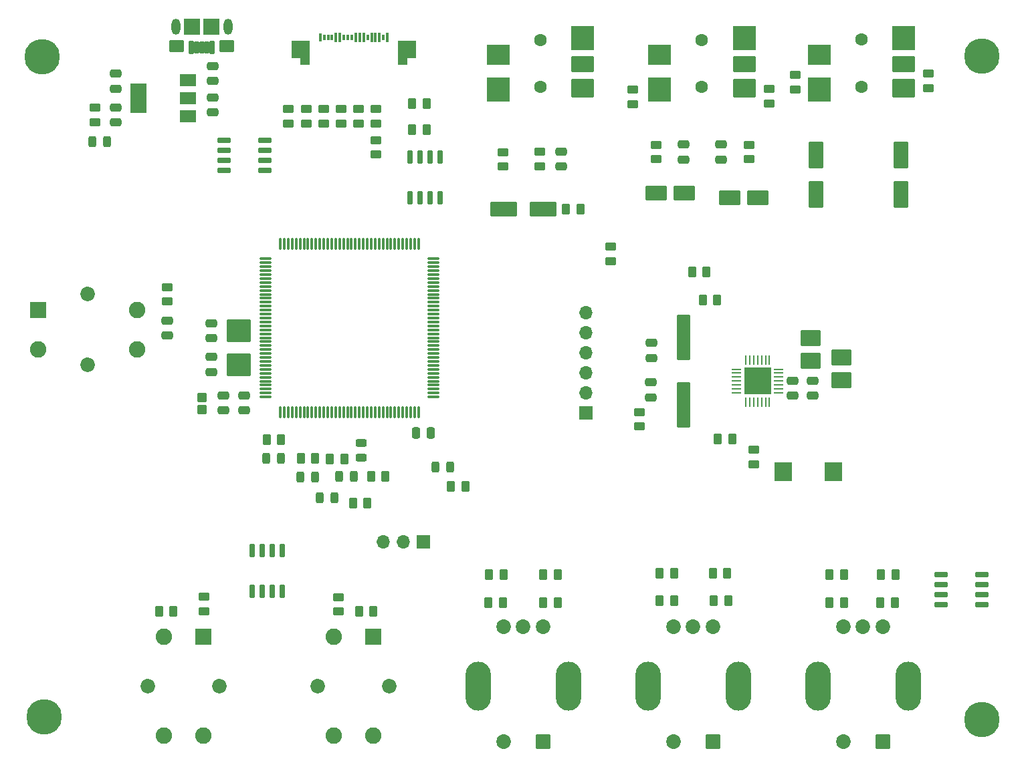
<source format=gbr>
%TF.GenerationSoftware,KiCad,Pcbnew,7.0.10*%
%TF.CreationDate,2024-03-07T22:41:58-05:00*%
%TF.ProjectId,Current,43757272-656e-4742-9e6b-696361645f70,rev?*%
%TF.SameCoordinates,Original*%
%TF.FileFunction,Soldermask,Top*%
%TF.FilePolarity,Negative*%
%FSLAX46Y46*%
G04 Gerber Fmt 4.6, Leading zero omitted, Abs format (unit mm)*
G04 Created by KiCad (PCBNEW 7.0.10) date 2024-03-07 22:41:58*
%MOMM*%
%LPD*%
G01*
G04 APERTURE LIST*
G04 Aperture macros list*
%AMRoundRect*
0 Rectangle with rounded corners*
0 $1 Rounding radius*
0 $2 $3 $4 $5 $6 $7 $8 $9 X,Y pos of 4 corners*
0 Add a 4 corners polygon primitive as box body*
4,1,4,$2,$3,$4,$5,$6,$7,$8,$9,$2,$3,0*
0 Add four circle primitives for the rounded corners*
1,1,$1+$1,$2,$3*
1,1,$1+$1,$4,$5*
1,1,$1+$1,$6,$7*
1,1,$1+$1,$8,$9*
0 Add four rect primitives between the rounded corners*
20,1,$1+$1,$2,$3,$4,$5,0*
20,1,$1+$1,$4,$5,$6,$7,0*
20,1,$1+$1,$6,$7,$8,$9,0*
20,1,$1+$1,$8,$9,$2,$3,0*%
G04 Aperture macros list end*
%ADD10RoundRect,0.150000X0.150000X-0.725000X0.150000X0.725000X-0.150000X0.725000X-0.150000X-0.725000X0*%
%ADD11RoundRect,0.250000X-0.450000X0.262500X-0.450000X-0.262500X0.450000X-0.262500X0.450000X0.262500X0*%
%ADD12RoundRect,0.250000X0.262500X0.450000X-0.262500X0.450000X-0.262500X-0.450000X0.262500X-0.450000X0*%
%ADD13RoundRect,0.250000X0.450000X-0.262500X0.450000X0.262500X-0.450000X0.262500X-0.450000X-0.262500X0*%
%ADD14C,1.850000*%
%ADD15RoundRect,0.102000X-0.937500X0.937500X-0.937500X-0.937500X0.937500X-0.937500X0.937500X0.937500X0*%
%ADD16C,2.079000*%
%ADD17RoundRect,0.102000X0.800000X-1.600000X0.800000X1.600000X-0.800000X1.600000X-0.800000X-1.600000X0*%
%ADD18RoundRect,0.243750X0.243750X0.456250X-0.243750X0.456250X-0.243750X-0.456250X0.243750X-0.456250X0*%
%ADD19RoundRect,0.250000X0.475000X-0.250000X0.475000X0.250000X-0.475000X0.250000X-0.475000X-0.250000X0*%
%ADD20RoundRect,0.250000X-0.475000X0.250000X-0.475000X-0.250000X0.475000X-0.250000X0.475000X0.250000X0*%
%ADD21RoundRect,0.243750X-0.243750X-0.456250X0.243750X-0.456250X0.243750X0.456250X-0.243750X0.456250X0*%
%ADD22C,1.600000*%
%ADD23RoundRect,0.102000X-1.350000X1.450000X-1.350000X-1.450000X1.350000X-1.450000X1.350000X1.450000X0*%
%ADD24RoundRect,0.102000X-1.350000X1.050000X-1.350000X-1.050000X1.350000X-1.050000X1.350000X1.050000X0*%
%ADD25RoundRect,0.102000X-1.350000X1.200000X-1.350000X-1.200000X1.350000X-1.200000X1.350000X1.200000X0*%
%ADD26RoundRect,0.102000X-1.350000X0.900000X-1.350000X-0.900000X1.350000X-0.900000X1.350000X0.900000X0*%
%ADD27RoundRect,0.102000X1.250000X0.800000X-1.250000X0.800000X-1.250000X-0.800000X1.250000X-0.800000X0*%
%ADD28RoundRect,0.102000X-1.000000X-1.100000X1.000000X-1.100000X1.000000X1.100000X-1.000000X1.100000X0*%
%ADD29RoundRect,0.250000X-0.262500X-0.450000X0.262500X-0.450000X0.262500X0.450000X-0.262500X0.450000X0*%
%ADD30RoundRect,0.102000X0.825000X0.825000X-0.825000X0.825000X-0.825000X-0.825000X0.825000X-0.825000X0*%
%ADD31C,1.854000*%
%ADD32O,3.204000X6.204000*%
%ADD33RoundRect,0.250000X0.250000X0.475000X-0.250000X0.475000X-0.250000X-0.475000X0.250000X-0.475000X0*%
%ADD34RoundRect,0.150000X-0.150000X0.725000X-0.150000X-0.725000X0.150000X-0.725000X0.150000X0.725000X0*%
%ADD35RoundRect,0.150000X0.725000X0.150000X-0.725000X0.150000X-0.725000X-0.150000X0.725000X-0.150000X0*%
%ADD36RoundRect,0.102000X1.600000X0.800000X-1.600000X0.800000X-1.600000X-0.800000X1.600000X-0.800000X0*%
%ADD37R,2.000000X1.500000*%
%ADD38R,2.000000X3.800000*%
%ADD39RoundRect,0.243750X-0.456250X0.243750X-0.456250X-0.243750X0.456250X-0.243750X0.456250X0.243750X0*%
%ADD40C,4.500000*%
%ADD41RoundRect,0.062500X-0.537500X-0.062500X0.537500X-0.062500X0.537500X0.062500X-0.537500X0.062500X0*%
%ADD42RoundRect,0.062500X-0.062500X-0.537500X0.062500X-0.537500X0.062500X0.537500X-0.062500X0.537500X0*%
%ADD43R,3.350000X3.350000*%
%ADD44RoundRect,0.102000X-0.485000X0.500000X-0.485000X-0.500000X0.485000X-0.500000X0.485000X0.500000X0*%
%ADD45RoundRect,0.102000X0.200000X0.725000X-0.200000X0.725000X-0.200000X-0.725000X0.200000X-0.725000X0*%
%ADD46RoundRect,0.102000X0.200000X0.675000X-0.200000X0.675000X-0.200000X-0.675000X0.200000X-0.675000X0*%
%ADD47RoundRect,0.102000X0.200000X0.750000X-0.200000X0.750000X-0.200000X-0.750000X0.200000X-0.750000X0*%
%ADD48RoundRect,0.102000X0.800000X0.700000X-0.800000X0.700000X-0.800000X-0.700000X0.800000X-0.700000X0*%
%ADD49RoundRect,0.102000X0.950000X0.950000X-0.950000X0.950000X-0.950000X-0.950000X0.950000X-0.950000X0*%
%ADD50O,1.104000X2.004000*%
%ADD51RoundRect,0.102000X1.400000X-1.300000X1.400000X1.300000X-1.400000X1.300000X-1.400000X-1.300000X0*%
%ADD52RoundRect,0.102000X0.750000X-2.750000X0.750000X2.750000X-0.750000X2.750000X-0.750000X-2.750000X0*%
%ADD53R,0.300000X1.000000*%
%ADD54R,0.300000X0.800000*%
%ADD55R,0.300000X1.200000*%
%ADD56R,1.300000X3.049999*%
%ADD57RoundRect,0.075000X-0.662500X-0.075000X0.662500X-0.075000X0.662500X0.075000X-0.662500X0.075000X0*%
%ADD58RoundRect,0.075000X-0.075000X-0.662500X0.075000X-0.662500X0.075000X0.662500X-0.075000X0.662500X0*%
%ADD59RoundRect,0.102000X1.160000X-0.905000X1.160000X0.905000X-1.160000X0.905000X-1.160000X-0.905000X0*%
%ADD60RoundRect,0.102000X-0.937500X-0.937500X0.937500X-0.937500X0.937500X0.937500X-0.937500X0.937500X0*%
%ADD61R,1.700000X1.700000*%
%ADD62O,1.700000X1.700000*%
G04 APERTURE END LIST*
%TO.C,J5*%
G36*
X133449992Y-54710000D02*
G01*
X132349992Y-54710000D01*
X132349992Y-52510000D01*
X133449992Y-52510000D01*
X133449992Y-54710000D01*
G37*
G36*
X148149992Y-54710000D02*
G01*
X147049992Y-54710000D01*
X147049992Y-52510000D01*
X148149992Y-52510000D01*
X148149992Y-54710000D01*
G37*
%TD*%
D10*
%TO.C,U5*%
X127395000Y-122275000D03*
X128665000Y-122275000D03*
X129935000Y-122275000D03*
X131205000Y-122275000D03*
X131205000Y-117125000D03*
X129935000Y-117125000D03*
X128665000Y-117125000D03*
X127395000Y-117125000D03*
%TD*%
D11*
%TO.C,R33*%
X178520000Y-65707500D03*
X178520000Y-67532500D03*
%TD*%
D12*
%TO.C,R13*%
X180787500Y-119980000D03*
X178962500Y-119980000D03*
%TD*%
%TO.C,R15*%
X202305000Y-120180000D03*
X200480000Y-120180000D03*
%TD*%
D13*
%TO.C,R22*%
X143040000Y-66912500D03*
X143040000Y-65087500D03*
%TD*%
D14*
%TO.C,SW3*%
X144700000Y-134300000D03*
X135700000Y-134300000D03*
D15*
X142700000Y-128050000D03*
D16*
X142700000Y-140550000D03*
X137700000Y-128050000D03*
X137700000Y-140550000D03*
%TD*%
D17*
%TO.C,E6*%
X198770000Y-72020000D03*
X198770000Y-67020000D03*
%TD*%
D18*
%TO.C,D2*%
X135327500Y-107770000D03*
X133452500Y-107770000D03*
%TD*%
D11*
%TO.C,R36*%
X175590000Y-58732500D03*
X175590000Y-60557500D03*
%TD*%
D13*
%TO.C,R37*%
X192840000Y-60470000D03*
X192840000Y-58645000D03*
%TD*%
D12*
%TO.C,R5*%
X208717500Y-123680000D03*
X206892500Y-123680000D03*
%TD*%
D19*
%TO.C,C24*%
X122200000Y-94500000D03*
X122200000Y-92600000D03*
%TD*%
D13*
%TO.C,R40*%
X131930000Y-63012500D03*
X131930000Y-61187500D03*
%TD*%
D12*
%TO.C,R28*%
X141962500Y-111100000D03*
X140137500Y-111100000D03*
%TD*%
D20*
%TO.C,C32*%
X166520000Y-66570000D03*
X166520000Y-68470000D03*
%TD*%
D21*
%TO.C,D7*%
X150552500Y-106560000D03*
X152427500Y-106560000D03*
%TD*%
D22*
%TO.C,J2*%
X204520000Y-52360000D03*
X204520000Y-58360000D03*
D23*
X209870000Y-52160000D03*
X199170000Y-58660000D03*
D24*
X209870000Y-58510000D03*
D25*
X199170000Y-54260000D03*
D26*
X209870000Y-55460000D03*
%TD*%
D27*
%TO.C,E2*%
X182060000Y-71850000D03*
X178560000Y-71850000D03*
%TD*%
D28*
%TO.C,L1*%
X194630000Y-107130000D03*
X200930000Y-107130000D03*
%TD*%
D12*
%TO.C,R38*%
X149450000Y-60490000D03*
X147625000Y-60490000D03*
%TD*%
D29*
%TO.C,R9*%
X184430000Y-85380000D03*
X186255000Y-85380000D03*
%TD*%
D20*
%TO.C,C42*%
X126400000Y-97450000D03*
X126400000Y-99350000D03*
%TD*%
D12*
%TO.C,R18*%
X188140000Y-103000000D03*
X186315000Y-103000000D03*
%TD*%
D30*
%TO.C,SW5*%
X185700000Y-141300000D03*
D31*
X180700000Y-141300000D03*
X185700000Y-126800000D03*
X180700000Y-126800000D03*
X183200000Y-126800000D03*
D32*
X188900000Y-134300000D03*
X177500000Y-134300000D03*
%TD*%
D20*
%TO.C,C9*%
X122400000Y-55720500D03*
X122400000Y-57620500D03*
%TD*%
D13*
%TO.C,R7*%
X121300000Y-124812500D03*
X121300000Y-122987500D03*
%TD*%
D33*
%TO.C,C35*%
X150000000Y-102200000D03*
X148100000Y-102200000D03*
%TD*%
D34*
%TO.C,U7*%
X151165000Y-67265000D03*
X149895000Y-67265000D03*
X148625000Y-67265000D03*
X147355000Y-67265000D03*
X147355000Y-72415000D03*
X148625000Y-72415000D03*
X149895000Y-72415000D03*
X151165000Y-72415000D03*
%TD*%
D13*
%TO.C,R32*%
X196150000Y-58682500D03*
X196150000Y-56857500D03*
%TD*%
D35*
%TO.C,U6*%
X128960000Y-68920000D03*
X128960000Y-67650000D03*
X128960000Y-66380000D03*
X128960000Y-65110000D03*
X123810000Y-65110000D03*
X123810000Y-66380000D03*
X123810000Y-67650000D03*
X123810000Y-68920000D03*
%TD*%
D29*
%TO.C,R6*%
X200480000Y-123680000D03*
X202305000Y-123680000D03*
%TD*%
%TO.C,R27*%
X137207500Y-105530000D03*
X139032500Y-105530000D03*
%TD*%
D12*
%TO.C,R11*%
X159205000Y-120182500D03*
X157380000Y-120182500D03*
%TD*%
D36*
%TO.C,E8*%
X164207500Y-73820000D03*
X159207500Y-73820000D03*
%TD*%
D29*
%TO.C,R10*%
X164217500Y-120182500D03*
X166042500Y-120182500D03*
%TD*%
%TO.C,R26*%
X133547500Y-105470000D03*
X135372500Y-105470000D03*
%TD*%
D19*
%TO.C,C25*%
X122200000Y-90200000D03*
X122200000Y-88300000D03*
%TD*%
D20*
%TO.C,C26*%
X177890000Y-90800000D03*
X177890000Y-92700000D03*
%TD*%
D37*
%TO.C,U1*%
X119250000Y-62120500D03*
X119250000Y-59820500D03*
D38*
X112950000Y-59820500D03*
D37*
X119250000Y-57520500D03*
%TD*%
D12*
%TO.C,R8*%
X184912500Y-81830000D03*
X183087500Y-81830000D03*
%TD*%
D29*
%TO.C,R14*%
X206980000Y-120180000D03*
X208805000Y-120180000D03*
%TD*%
D27*
%TO.C,E3*%
X191350000Y-72370000D03*
X187850000Y-72370000D03*
%TD*%
D29*
%TO.C,R12*%
X185712500Y-119980000D03*
X187537500Y-119980000D03*
%TD*%
D20*
%TO.C,C21*%
X110100000Y-60970500D03*
X110100000Y-62870500D03*
%TD*%
D39*
%TO.C,D6*%
X141180000Y-103442500D03*
X141180000Y-105317500D03*
%TD*%
D19*
%TO.C,C30*%
X195830000Y-97480000D03*
X195830000Y-95580000D03*
%TD*%
D13*
%TO.C,R30*%
X163770000Y-68432500D03*
X163770000Y-66607500D03*
%TD*%
D11*
%TO.C,R2*%
X116622500Y-83737500D03*
X116622500Y-85562500D03*
%TD*%
D13*
%TO.C,R39*%
X140880000Y-63012500D03*
X140880000Y-61187500D03*
%TD*%
D40*
%TO.C,H4*%
X100800000Y-54525000D03*
%TD*%
D18*
%TO.C,D3*%
X137787500Y-110430000D03*
X135912500Y-110430000D03*
%TD*%
D13*
%TO.C,R24*%
X107500000Y-62833000D03*
X107500000Y-61008000D03*
%TD*%
D41*
%TO.C,U3*%
X188720000Y-94130000D03*
X188720000Y-94630000D03*
X188720000Y-95130000D03*
X188720000Y-95630000D03*
X188720000Y-96130000D03*
X188720000Y-96630000D03*
X188720000Y-97130000D03*
D42*
X189870000Y-98280000D03*
X190370000Y-98280000D03*
X190870000Y-98280000D03*
X191370000Y-98280000D03*
X191870000Y-98280000D03*
X192370000Y-98280000D03*
X192870000Y-98280000D03*
D41*
X194020000Y-97130000D03*
X194020000Y-96630000D03*
X194020000Y-96130000D03*
X194020000Y-95630000D03*
X194020000Y-95130000D03*
X194020000Y-94630000D03*
X194020000Y-94130000D03*
D42*
X192870000Y-92980000D03*
X192370000Y-92980000D03*
X191870000Y-92980000D03*
X191370000Y-92980000D03*
X190870000Y-92980000D03*
X190370000Y-92980000D03*
X189870000Y-92980000D03*
D43*
X191370000Y-95630000D03*
%TD*%
D12*
%TO.C,R3*%
X187625000Y-123480000D03*
X185800000Y-123480000D03*
%TD*%
%TO.C,R19*%
X117412500Y-124800000D03*
X115587500Y-124800000D03*
%TD*%
D18*
%TO.C,D5*%
X109037500Y-65320500D03*
X107162500Y-65320500D03*
%TD*%
D20*
%TO.C,C41*%
X123700000Y-97450000D03*
X123700000Y-99350000D03*
%TD*%
D13*
%TO.C,R42*%
X138680000Y-63012500D03*
X138680000Y-61187500D03*
%TD*%
D44*
%TO.C,FB1*%
X121000000Y-97765000D03*
X121000000Y-99235000D03*
%TD*%
D30*
%TO.C,SW4*%
X164200000Y-141302500D03*
D31*
X159200000Y-141302500D03*
X164200000Y-126802500D03*
X159200000Y-126802500D03*
X161700000Y-126802500D03*
D32*
X167400000Y-134302500D03*
X156000000Y-134302500D03*
%TD*%
D45*
%TO.C,J1*%
X122300000Y-53395500D03*
D46*
X121650000Y-53395500D03*
X121000000Y-53395500D03*
X120350000Y-53395500D03*
D47*
X119700000Y-53395500D03*
D48*
X124200000Y-53170500D03*
X117800000Y-53170500D03*
D49*
X119800000Y-50720500D03*
X122200000Y-50720500D03*
D50*
X124300000Y-50720500D03*
X117700000Y-50720500D03*
%TD*%
D13*
%TO.C,R31*%
X212990000Y-58510000D03*
X212990000Y-56685000D03*
%TD*%
D51*
%TO.C,X1*%
X125700000Y-93550000D03*
X125700000Y-89250000D03*
%TD*%
D18*
%TO.C,D4*%
X140247500Y-107690000D03*
X138372500Y-107690000D03*
%TD*%
D22*
%TO.C,J3*%
X184320000Y-52387500D03*
X184320000Y-58387500D03*
D23*
X189670000Y-52187500D03*
X178970000Y-58687500D03*
D24*
X189670000Y-58537500D03*
D25*
X178970000Y-54287500D03*
D26*
X189670000Y-55487500D03*
%TD*%
D29*
%TO.C,R53*%
X157305000Y-123682500D03*
X159130000Y-123682500D03*
%TD*%
%TO.C,R23*%
X129207500Y-103050000D03*
X131032500Y-103050000D03*
%TD*%
D40*
%TO.C,H2*%
X219750000Y-54475000D03*
%TD*%
D11*
%TO.C,R34*%
X190270000Y-65707500D03*
X190270000Y-67532500D03*
%TD*%
D12*
%TO.C,R44*%
X149450000Y-63760000D03*
X147625000Y-63760000D03*
%TD*%
D52*
%TO.C,X2*%
X182000000Y-98620000D03*
X182000000Y-90120000D03*
%TD*%
D29*
%TO.C,R46*%
X152537500Y-109020000D03*
X154362500Y-109020000D03*
%TD*%
D13*
%TO.C,R41*%
X136470000Y-63012500D03*
X136470000Y-61187500D03*
%TD*%
D35*
%TO.C,U2*%
X219780000Y-123940000D03*
X219780000Y-122670000D03*
X219780000Y-121400000D03*
X219780000Y-120130000D03*
X214630000Y-120130000D03*
X214630000Y-121400000D03*
X214630000Y-122670000D03*
X214630000Y-123940000D03*
%TD*%
D19*
%TO.C,C31*%
X198330000Y-97480000D03*
X198330000Y-95580000D03*
%TD*%
D40*
%TO.C,H1*%
X219750000Y-138500000D03*
%TD*%
D53*
%TO.C,J5*%
X136000001Y-52110000D03*
D54*
X136500000Y-52110000D03*
X137000001Y-52110000D03*
X137500000Y-52110000D03*
D55*
X138000002Y-52110000D03*
X138500001Y-52110000D03*
D54*
X139000000Y-52110000D03*
X139500001Y-52110000D03*
X140000000Y-52110000D03*
D55*
X140500002Y-52110000D03*
X141000001Y-52110000D03*
X141500000Y-52110000D03*
D54*
X142000001Y-52110000D03*
D55*
X142500000Y-52110000D03*
X143000002Y-52110000D03*
X143500001Y-52110000D03*
D54*
X144000000Y-52110000D03*
D55*
X144500001Y-52110000D03*
D56*
X134100000Y-54035000D03*
X146399984Y-54035000D03*
%TD*%
D12*
%TO.C,R29*%
X168920000Y-73820000D03*
X167095000Y-73820000D03*
%TD*%
D14*
%TO.C,SW2*%
X123200000Y-134300000D03*
X114200000Y-134300000D03*
D15*
X121200000Y-128050000D03*
D16*
X121200000Y-140550000D03*
X116200000Y-128050000D03*
X116200000Y-140550000D03*
%TD*%
D22*
%TO.C,J4*%
X163890000Y-52387500D03*
X163890000Y-58387500D03*
D23*
X169240000Y-52187500D03*
X158540000Y-58687500D03*
D24*
X169240000Y-58537500D03*
D25*
X158540000Y-54287500D03*
D26*
X169240000Y-55487500D03*
%TD*%
D19*
%TO.C,C34*%
X186770000Y-67570000D03*
X186770000Y-65670000D03*
%TD*%
D11*
%TO.C,R35*%
X159107500Y-66620000D03*
X159107500Y-68445000D03*
%TD*%
D57*
%TO.C,U4*%
X129037500Y-80150000D03*
X129037500Y-80650000D03*
X129037500Y-81150000D03*
X129037500Y-81650000D03*
X129037500Y-82150000D03*
X129037500Y-82650000D03*
X129037500Y-83150000D03*
X129037500Y-83650000D03*
X129037500Y-84150000D03*
X129037500Y-84650000D03*
X129037500Y-85150000D03*
X129037500Y-85650000D03*
X129037500Y-86150000D03*
X129037500Y-86650000D03*
X129037500Y-87150000D03*
X129037500Y-87650000D03*
X129037500Y-88150000D03*
X129037500Y-88650000D03*
X129037500Y-89150000D03*
X129037500Y-89650000D03*
X129037500Y-90150000D03*
X129037500Y-90650000D03*
X129037500Y-91150000D03*
X129037500Y-91650000D03*
X129037500Y-92150000D03*
X129037500Y-92650000D03*
X129037500Y-93150000D03*
X129037500Y-93650000D03*
X129037500Y-94150000D03*
X129037500Y-94650000D03*
X129037500Y-95150000D03*
X129037500Y-95650000D03*
X129037500Y-96150000D03*
X129037500Y-96650000D03*
X129037500Y-97150000D03*
X129037500Y-97650000D03*
D58*
X130950000Y-99562500D03*
X131450000Y-99562500D03*
X131950000Y-99562500D03*
X132450000Y-99562500D03*
X132950000Y-99562500D03*
X133450000Y-99562500D03*
X133950000Y-99562500D03*
X134450000Y-99562500D03*
X134950000Y-99562500D03*
X135450000Y-99562500D03*
X135950000Y-99562500D03*
X136450000Y-99562500D03*
X136950000Y-99562500D03*
X137450000Y-99562500D03*
X137950000Y-99562500D03*
X138450000Y-99562500D03*
X138950000Y-99562500D03*
X139450000Y-99562500D03*
X139950000Y-99562500D03*
X140450000Y-99562500D03*
X140950000Y-99562500D03*
X141450000Y-99562500D03*
X141950000Y-99562500D03*
X142450000Y-99562500D03*
X142950000Y-99562500D03*
X143450000Y-99562500D03*
X143950000Y-99562500D03*
X144450000Y-99562500D03*
X144950000Y-99562500D03*
X145450000Y-99562500D03*
X145950000Y-99562500D03*
X146450000Y-99562500D03*
X146950000Y-99562500D03*
X147450000Y-99562500D03*
X147950000Y-99562500D03*
X148450000Y-99562500D03*
D57*
X150362500Y-97650000D03*
X150362500Y-97150000D03*
X150362500Y-96650000D03*
X150362500Y-96150000D03*
X150362500Y-95650000D03*
X150362500Y-95150000D03*
X150362500Y-94650000D03*
X150362500Y-94150000D03*
X150362500Y-93650000D03*
X150362500Y-93150000D03*
X150362500Y-92650000D03*
X150362500Y-92150000D03*
X150362500Y-91650000D03*
X150362500Y-91150000D03*
X150362500Y-90650000D03*
X150362500Y-90150000D03*
X150362500Y-89650000D03*
X150362500Y-89150000D03*
X150362500Y-88650000D03*
X150362500Y-88150000D03*
X150362500Y-87650000D03*
X150362500Y-87150000D03*
X150362500Y-86650000D03*
X150362500Y-86150000D03*
X150362500Y-85650000D03*
X150362500Y-85150000D03*
X150362500Y-84650000D03*
X150362500Y-84150000D03*
X150362500Y-83650000D03*
X150362500Y-83150000D03*
X150362500Y-82650000D03*
X150362500Y-82150000D03*
X150362500Y-81650000D03*
X150362500Y-81150000D03*
X150362500Y-80650000D03*
X150362500Y-80150000D03*
D58*
X148450000Y-78237500D03*
X147950000Y-78237500D03*
X147450000Y-78237500D03*
X146950000Y-78237500D03*
X146450000Y-78237500D03*
X145950000Y-78237500D03*
X145450000Y-78237500D03*
X144950000Y-78237500D03*
X144450000Y-78237500D03*
X143950000Y-78237500D03*
X143450000Y-78237500D03*
X142950000Y-78237500D03*
X142450000Y-78237500D03*
X141950000Y-78237500D03*
X141450000Y-78237500D03*
X140950000Y-78237500D03*
X140450000Y-78237500D03*
X139950000Y-78237500D03*
X139450000Y-78237500D03*
X138950000Y-78237500D03*
X138450000Y-78237500D03*
X137950000Y-78237500D03*
X137450000Y-78237500D03*
X136950000Y-78237500D03*
X136450000Y-78237500D03*
X135950000Y-78237500D03*
X135450000Y-78237500D03*
X134950000Y-78237500D03*
X134450000Y-78237500D03*
X133950000Y-78237500D03*
X133450000Y-78237500D03*
X132950000Y-78237500D03*
X132450000Y-78237500D03*
X131950000Y-78237500D03*
X131450000Y-78237500D03*
X130950000Y-78237500D03*
%TD*%
D29*
%TO.C,R4*%
X178962500Y-123480000D03*
X180787500Y-123480000D03*
%TD*%
D11*
%TO.C,R21*%
X138295000Y-123025000D03*
X138295000Y-124850000D03*
%TD*%
D59*
%TO.C,E4*%
X198100000Y-93050000D03*
X198100000Y-90150000D03*
%TD*%
D13*
%TO.C,R43*%
X143040000Y-63012500D03*
X143040000Y-61187500D03*
%TD*%
D30*
%TO.C,SW6*%
X207200000Y-141300000D03*
D31*
X202200000Y-141300000D03*
X207200000Y-126800000D03*
X202200000Y-126800000D03*
X204700000Y-126800000D03*
D32*
X210400000Y-134300000D03*
X199000000Y-134300000D03*
%TD*%
D13*
%TO.C,R16*%
X176420000Y-101392500D03*
X176420000Y-99567500D03*
%TD*%
D14*
%TO.C,SW1*%
X106562500Y-84590000D03*
X106562500Y-93590000D03*
D60*
X100312500Y-86590000D03*
D16*
X112812500Y-86590000D03*
X100312500Y-91590000D03*
X112812500Y-91590000D03*
%TD*%
D20*
%TO.C,C33*%
X182020000Y-65670000D03*
X182020000Y-67570000D03*
%TD*%
D61*
%TO.C,J7*%
X149060000Y-116000000D03*
D62*
X146520000Y-116000000D03*
X143980000Y-116000000D03*
%TD*%
D18*
%TO.C,D1*%
X130997500Y-105460000D03*
X129122500Y-105460000D03*
%TD*%
D40*
%TO.C,H3*%
X101019581Y-138180419D03*
%TD*%
D13*
%TO.C,R54*%
X172800000Y-80412500D03*
X172800000Y-78587500D03*
%TD*%
D20*
%TO.C,C12*%
X122400000Y-59710500D03*
X122400000Y-61610500D03*
%TD*%
D13*
%TO.C,R25*%
X134210000Y-63012500D03*
X134210000Y-61187500D03*
%TD*%
D20*
%TO.C,C20*%
X116622500Y-87950000D03*
X116622500Y-89850000D03*
%TD*%
D11*
%TO.C,R17*%
X190870000Y-104367500D03*
X190870000Y-106192500D03*
%TD*%
D17*
%TO.C,E7*%
X209520000Y-72020000D03*
X209520000Y-67020000D03*
%TD*%
D61*
%TO.C,J6*%
X169630000Y-99670000D03*
D62*
X169630000Y-97130000D03*
X169630000Y-94590000D03*
X169630000Y-92050000D03*
X169630000Y-89510000D03*
X169630000Y-86970000D03*
%TD*%
D12*
%TO.C,R52*%
X166042500Y-123682500D03*
X164217500Y-123682500D03*
%TD*%
D19*
%TO.C,C17*%
X110100000Y-58570500D03*
X110100000Y-56670500D03*
%TD*%
D29*
%TO.C,R45*%
X142417500Y-107720000D03*
X144242500Y-107720000D03*
%TD*%
%TO.C,R20*%
X140892500Y-124850000D03*
X142717500Y-124850000D03*
%TD*%
D20*
%TO.C,C27*%
X177880000Y-95800000D03*
X177880000Y-97700000D03*
%TD*%
D59*
%TO.C,E5*%
X202000000Y-95550000D03*
X202000000Y-92650000D03*
%TD*%
M02*

</source>
